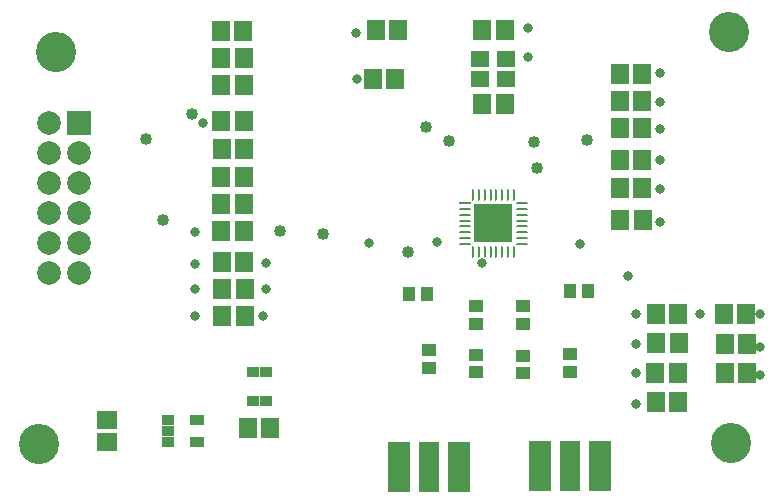
<source format=gts>
G04*
G04 #@! TF.GenerationSoftware,Altium Limited,Altium Designer,24.5.2 (23)*
G04*
G04 Layer_Color=8388736*
%FSLAX25Y25*%
%MOIN*%
G70*
G04*
G04 #@! TF.SameCoordinates,D208CBCF-4B6E-48A8-A20F-7FDAAE84B22A*
G04*
G04*
G04 #@! TF.FilePolarity,Negative*
G04*
G01*
G75*
G04:AMPARAMS|DCode=21|XSize=9.55mil|YSize=39.75mil|CornerRadius=4.77mil|HoleSize=0mil|Usage=FLASHONLY|Rotation=0.000|XOffset=0mil|YOffset=0mil|HoleType=Round|Shape=RoundedRectangle|*
%AMROUNDEDRECTD21*
21,1,0.00955,0.03020,0,0,0.0*
21,1,0.00000,0.03975,0,0,0.0*
1,1,0.00955,0.00000,-0.01510*
1,1,0.00955,0.00000,-0.01510*
1,1,0.00955,0.00000,0.01510*
1,1,0.00955,0.00000,0.01510*
%
%ADD21ROUNDEDRECTD21*%
G04:AMPARAMS|DCode=22|XSize=39.75mil|YSize=9.55mil|CornerRadius=4.77mil|HoleSize=0mil|Usage=FLASHONLY|Rotation=0.000|XOffset=0mil|YOffset=0mil|HoleType=Round|Shape=RoundedRectangle|*
%AMROUNDEDRECTD22*
21,1,0.03975,0.00000,0,0,0.0*
21,1,0.03020,0.00955,0,0,0.0*
1,1,0.00955,0.01510,0.00000*
1,1,0.00955,-0.01510,0.00000*
1,1,0.00955,-0.01510,0.00000*
1,1,0.00955,0.01510,0.00000*
%
%ADD22ROUNDEDRECTD22*%
%ADD23R,0.03975X0.00955*%
%ADD29R,0.04409X0.03228*%
%ADD30R,0.04737X0.03556*%
%ADD31R,0.06706X0.05918*%
%ADD32R,0.03950X0.05131*%
%ADD33R,0.03858X0.03780*%
%ADD34R,0.05918X0.06706*%
%ADD35R,0.12598X0.12598*%
%ADD36R,0.06115X0.06706*%
%ADD37R,0.05131X0.03950*%
%ADD38R,0.06800X0.16800*%
%ADD39R,0.07800X0.16800*%
%ADD40R,0.06312X0.05524*%
%ADD41C,0.13398*%
%ADD42R,0.07887X0.07887*%
%ADD43C,0.07887*%
%ADD44C,0.03200*%
%ADD45C,0.03202*%
%ADD46C,0.04000*%
D21*
X179331Y103347D02*
D03*
X173425D02*
D03*
X175394D02*
D03*
X169488D02*
D03*
X171457D02*
D03*
X177362D02*
D03*
X173425Y84045D02*
D03*
X169488D02*
D03*
X171457D02*
D03*
X177362D02*
D03*
X179331D02*
D03*
X175394D02*
D03*
X165551Y103347D02*
D03*
X167520D02*
D03*
Y84045D02*
D03*
X165551D02*
D03*
D22*
X182091Y100586D02*
D03*
Y94680D02*
D03*
Y92712D02*
D03*
Y98617D02*
D03*
Y96649D02*
D03*
Y90743D02*
D03*
Y88775D02*
D03*
Y86806D02*
D03*
X162790Y92712D02*
D03*
Y90743D02*
D03*
Y96649D02*
D03*
Y94680D02*
D03*
Y98617D02*
D03*
Y88775D02*
D03*
Y86806D02*
D03*
D23*
Y100586D02*
D03*
D29*
X64079Y20866D02*
D03*
Y24606D02*
D03*
Y28346D02*
D03*
D30*
X73528Y20866D02*
D03*
Y28346D02*
D03*
D31*
X43607D02*
D03*
Y20866D02*
D03*
D32*
X144291Y70276D02*
D03*
X150197D02*
D03*
X203937Y71063D02*
D03*
X198031D02*
D03*
D33*
X92126Y34646D02*
D03*
X96662D02*
D03*
X92126Y44094D02*
D03*
X96662D02*
D03*
D34*
X249213Y63386D02*
D03*
X256693D02*
D03*
X226378Y43898D02*
D03*
X233858D02*
D03*
X133268Y158071D02*
D03*
X140748D02*
D03*
X132283Y141929D02*
D03*
X139764D02*
D03*
X249606Y53543D02*
D03*
X257087D02*
D03*
X168701Y158268D02*
D03*
X176181D02*
D03*
X89370Y80905D02*
D03*
X81890D02*
D03*
X214567Y143538D02*
D03*
X222047D02*
D03*
X234055Y63583D02*
D03*
X226575D02*
D03*
X249606Y43701D02*
D03*
X257087D02*
D03*
X214764Y94882D02*
D03*
X222244D02*
D03*
X234055Y34055D02*
D03*
X226575D02*
D03*
X226772Y53740D02*
D03*
X234252D02*
D03*
X89567Y71904D02*
D03*
X82087D02*
D03*
X89567Y62795D02*
D03*
X82087D02*
D03*
X90457Y25394D02*
D03*
X97937D02*
D03*
X89173Y91142D02*
D03*
X81693D02*
D03*
Y109252D02*
D03*
X89173D02*
D03*
X214567Y114961D02*
D03*
X222047D02*
D03*
X214567Y105512D02*
D03*
X222047D02*
D03*
X214567Y134537D02*
D03*
X222047D02*
D03*
X176181Y133465D02*
D03*
X168701D02*
D03*
D35*
X172441Y93696D02*
D03*
D36*
X88976Y157874D02*
D03*
X81496D02*
D03*
X89173Y127756D02*
D03*
X81693D02*
D03*
X222047Y125536D02*
D03*
X214567D02*
D03*
X89173Y148819D02*
D03*
X81693D02*
D03*
X89173Y139764D02*
D03*
X81693D02*
D03*
X89173Y100143D02*
D03*
X81693D02*
D03*
X81890Y118504D02*
D03*
X89370D02*
D03*
D37*
X166732Y50000D02*
D03*
Y44094D02*
D03*
X182283Y49606D02*
D03*
Y43701D02*
D03*
Y66142D02*
D03*
Y60236D02*
D03*
X198031Y50197D02*
D03*
Y44291D02*
D03*
X166535Y66142D02*
D03*
Y60236D02*
D03*
X150984Y51575D02*
D03*
Y45669D02*
D03*
D38*
X198031Y12795D02*
D03*
X150787Y12598D02*
D03*
D39*
X208032Y12795D02*
D03*
X188031D02*
D03*
X140787Y12598D02*
D03*
X160787D02*
D03*
D40*
X176772Y148622D02*
D03*
Y141929D02*
D03*
X168110Y148622D02*
D03*
Y141929D02*
D03*
D41*
X250787Y157677D02*
D03*
X26772Y150984D02*
D03*
X20866Y20079D02*
D03*
X251772Y20472D02*
D03*
D42*
X34252Y127126D02*
D03*
D43*
Y87126D02*
D03*
Y97126D02*
D03*
Y107126D02*
D03*
Y117126D02*
D03*
X24252Y87126D02*
D03*
Y97126D02*
D03*
Y107126D02*
D03*
Y117126D02*
D03*
Y127126D02*
D03*
X34252Y77126D02*
D03*
X24252D02*
D03*
D44*
X153543Y87598D02*
D03*
X168504Y80481D02*
D03*
X261221Y43307D02*
D03*
Y52559D02*
D03*
Y63583D02*
D03*
X219882Y33661D02*
D03*
Y43701D02*
D03*
Y53543D02*
D03*
X184031Y149295D02*
D03*
Y158795D02*
D03*
X73032Y62795D02*
D03*
Y71795D02*
D03*
Y80295D02*
D03*
Y90795D02*
D03*
X75532Y127295D02*
D03*
X228031Y94295D02*
D03*
Y105295D02*
D03*
Y114795D02*
D03*
Y125295D02*
D03*
Y134295D02*
D03*
Y143795D02*
D03*
X241142Y63583D02*
D03*
X201378Y86806D02*
D03*
X95669Y62795D02*
D03*
X96457Y71904D02*
D03*
X96653Y80512D02*
D03*
X130905Y87205D02*
D03*
X127032Y141795D02*
D03*
X126532Y157295D02*
D03*
X217323Y76181D02*
D03*
D45*
X219882Y63386D02*
D03*
D46*
X143898Y84252D02*
D03*
X115551Y90158D02*
D03*
X71850Y130315D02*
D03*
X203543Y121653D02*
D03*
X186024Y120866D02*
D03*
X56496Y121850D02*
D03*
X157677Y121260D02*
D03*
X186811Y112205D02*
D03*
X101378Y91339D02*
D03*
X149884Y125724D02*
D03*
X62205Y94882D02*
D03*
M02*

</source>
